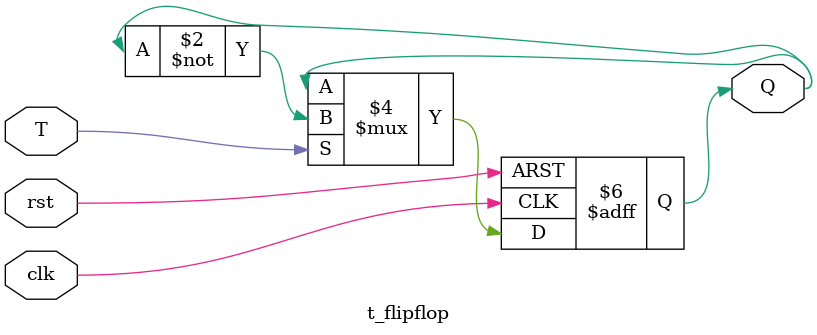
<source format=v>
module t_flipflop(
    input wire clk, rst, T,
    output reg Q
);

always @(posedge clk or posedge rst) begin
if (rst)
            Q <= 0;
        else if (T)
            Q <= ~Q;   // toggle when T=1
        else
            Q <= Q;    // hold
    end
endmodule

</source>
